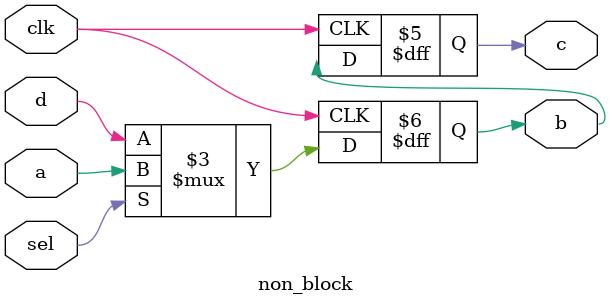
<source format=v>
/**
	【例 5.9】非阻塞赋值
*/

module non_block(d,c,b,a,clk,sel);
output c,b;
input clk,a,d,sel;
reg c,b;
always @(posedge clk)
	begin
	if (sel)
        b<=a;
    else
        b<=d;
    c<=b;
    end
endmodule

</source>
